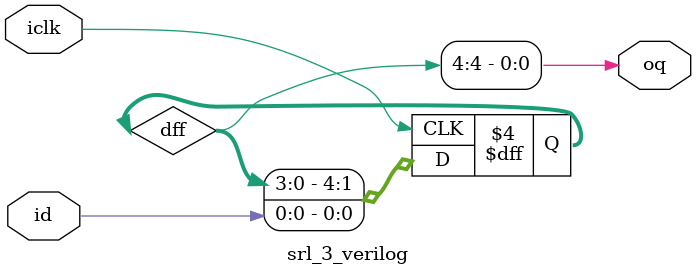
<source format=v>
`timescale 1ns / 1ps

module srl_3_verilog(
    input id,
    input iclk,
    output oq
    );
    
    reg [4:0] dff = 5'b00000;
    integer i;
    
    always @(posedge iclk) begin
    	dff[0] <= id;
    	for (i = 0; i < 4; i = i+1) begin
    		dff[i + 1] <= dff[i];
    	end
    end
    
    assign oq = dff[4];
    
endmodule

</source>
